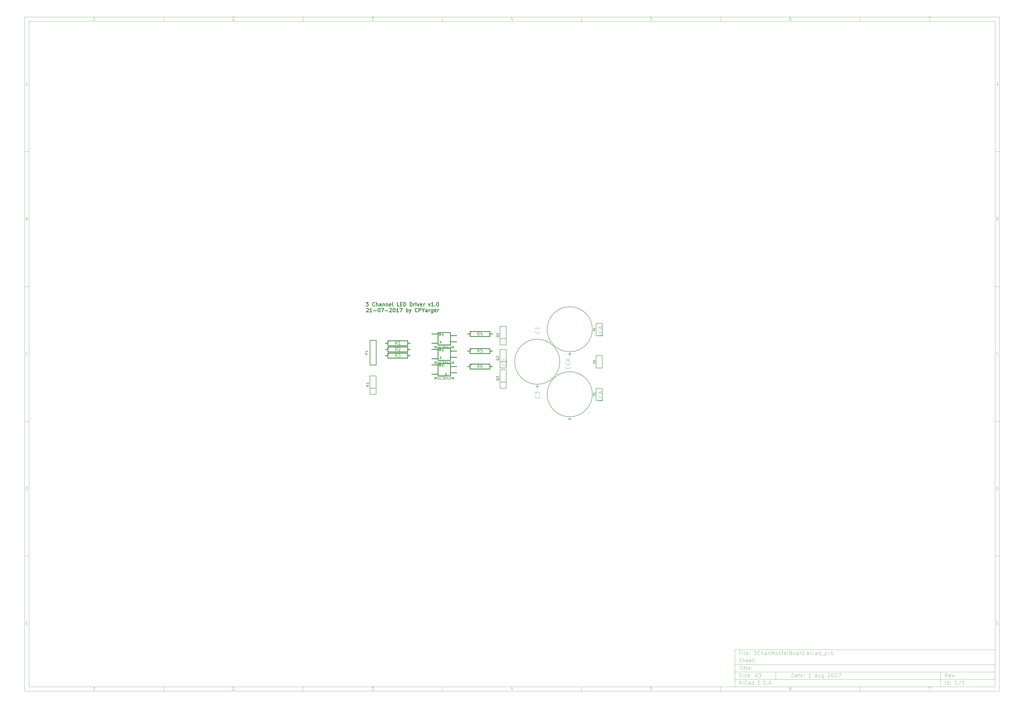
<source format=gto>
G04 (created by PCBNEW (2013-jul-07)-stable) date Tue 01 Aug 2017 10:55:42 AM PDT*
%MOIN*%
G04 Gerber Fmt 3.4, Leading zero omitted, Abs format*
%FSLAX34Y34*%
G01*
G70*
G90*
G04 APERTURE LIST*
%ADD10C,0.00393701*%
%ADD11C,0.011811*%
%ADD12C,0.012*%
%ADD13C,0.01*%
%ADD14C,0.006*%
%ADD15C,0.008*%
%ADD16C,0.005*%
%ADD17C,0.0019685*%
G04 APERTURE END LIST*
G54D10*
X4000Y-4000D02*
X161350Y-4000D01*
X161350Y-112930D01*
X4000Y-112930D01*
X4000Y-4000D01*
X4700Y-4700D02*
X160650Y-4700D01*
X160650Y-112230D01*
X4700Y-112230D01*
X4700Y-4700D01*
X26470Y-4000D02*
X26470Y-4700D01*
X15382Y-4552D02*
X15097Y-4552D01*
X15240Y-4552D02*
X15240Y-4052D01*
X15192Y-4123D01*
X15144Y-4171D01*
X15097Y-4195D01*
X26470Y-112930D02*
X26470Y-112230D01*
X15382Y-112782D02*
X15097Y-112782D01*
X15240Y-112782D02*
X15240Y-112282D01*
X15192Y-112353D01*
X15144Y-112401D01*
X15097Y-112425D01*
X48940Y-4000D02*
X48940Y-4700D01*
X37567Y-4100D02*
X37590Y-4076D01*
X37638Y-4052D01*
X37757Y-4052D01*
X37805Y-4076D01*
X37829Y-4100D01*
X37852Y-4147D01*
X37852Y-4195D01*
X37829Y-4266D01*
X37543Y-4552D01*
X37852Y-4552D01*
X48940Y-112930D02*
X48940Y-112230D01*
X37567Y-112330D02*
X37590Y-112306D01*
X37638Y-112282D01*
X37757Y-112282D01*
X37805Y-112306D01*
X37829Y-112330D01*
X37852Y-112377D01*
X37852Y-112425D01*
X37829Y-112496D01*
X37543Y-112782D01*
X37852Y-112782D01*
X71410Y-4000D02*
X71410Y-4700D01*
X60013Y-4052D02*
X60322Y-4052D01*
X60156Y-4242D01*
X60227Y-4242D01*
X60275Y-4266D01*
X60299Y-4290D01*
X60322Y-4338D01*
X60322Y-4457D01*
X60299Y-4504D01*
X60275Y-4528D01*
X60227Y-4552D01*
X60084Y-4552D01*
X60037Y-4528D01*
X60013Y-4504D01*
X71410Y-112930D02*
X71410Y-112230D01*
X60013Y-112282D02*
X60322Y-112282D01*
X60156Y-112472D01*
X60227Y-112472D01*
X60275Y-112496D01*
X60299Y-112520D01*
X60322Y-112568D01*
X60322Y-112687D01*
X60299Y-112734D01*
X60275Y-112758D01*
X60227Y-112782D01*
X60084Y-112782D01*
X60037Y-112758D01*
X60013Y-112734D01*
X93880Y-4000D02*
X93880Y-4700D01*
X82745Y-4219D02*
X82745Y-4552D01*
X82626Y-4028D02*
X82507Y-4385D01*
X82816Y-4385D01*
X93880Y-112930D02*
X93880Y-112230D01*
X82745Y-112449D02*
X82745Y-112782D01*
X82626Y-112258D02*
X82507Y-112615D01*
X82816Y-112615D01*
X116350Y-4000D02*
X116350Y-4700D01*
X105239Y-4052D02*
X105000Y-4052D01*
X104977Y-4290D01*
X105000Y-4266D01*
X105048Y-4242D01*
X105167Y-4242D01*
X105215Y-4266D01*
X105239Y-4290D01*
X105262Y-4338D01*
X105262Y-4457D01*
X105239Y-4504D01*
X105215Y-4528D01*
X105167Y-4552D01*
X105048Y-4552D01*
X105000Y-4528D01*
X104977Y-4504D01*
X116350Y-112930D02*
X116350Y-112230D01*
X105239Y-112282D02*
X105000Y-112282D01*
X104977Y-112520D01*
X105000Y-112496D01*
X105048Y-112472D01*
X105167Y-112472D01*
X105215Y-112496D01*
X105239Y-112520D01*
X105262Y-112568D01*
X105262Y-112687D01*
X105239Y-112734D01*
X105215Y-112758D01*
X105167Y-112782D01*
X105048Y-112782D01*
X105000Y-112758D01*
X104977Y-112734D01*
X138820Y-4000D02*
X138820Y-4700D01*
X127685Y-4052D02*
X127590Y-4052D01*
X127542Y-4076D01*
X127518Y-4100D01*
X127470Y-4171D01*
X127447Y-4266D01*
X127447Y-4457D01*
X127470Y-4504D01*
X127494Y-4528D01*
X127542Y-4552D01*
X127637Y-4552D01*
X127685Y-4528D01*
X127709Y-4504D01*
X127732Y-4457D01*
X127732Y-4338D01*
X127709Y-4290D01*
X127685Y-4266D01*
X127637Y-4242D01*
X127542Y-4242D01*
X127494Y-4266D01*
X127470Y-4290D01*
X127447Y-4338D01*
X138820Y-112930D02*
X138820Y-112230D01*
X127685Y-112282D02*
X127590Y-112282D01*
X127542Y-112306D01*
X127518Y-112330D01*
X127470Y-112401D01*
X127447Y-112496D01*
X127447Y-112687D01*
X127470Y-112734D01*
X127494Y-112758D01*
X127542Y-112782D01*
X127637Y-112782D01*
X127685Y-112758D01*
X127709Y-112734D01*
X127732Y-112687D01*
X127732Y-112568D01*
X127709Y-112520D01*
X127685Y-112496D01*
X127637Y-112472D01*
X127542Y-112472D01*
X127494Y-112496D01*
X127470Y-112520D01*
X127447Y-112568D01*
X149893Y-4052D02*
X150226Y-4052D01*
X150012Y-4552D01*
X149893Y-112282D02*
X150226Y-112282D01*
X150012Y-112782D01*
X4000Y-25780D02*
X4700Y-25780D01*
X4230Y-14949D02*
X4469Y-14949D01*
X4183Y-15092D02*
X4350Y-14592D01*
X4516Y-15092D01*
X161350Y-25780D02*
X160650Y-25780D01*
X160880Y-14949D02*
X161119Y-14949D01*
X160833Y-15092D02*
X161000Y-14592D01*
X161166Y-15092D01*
X4000Y-47560D02*
X4700Y-47560D01*
X4385Y-36610D02*
X4457Y-36634D01*
X4480Y-36658D01*
X4504Y-36705D01*
X4504Y-36777D01*
X4480Y-36824D01*
X4457Y-36848D01*
X4409Y-36872D01*
X4219Y-36872D01*
X4219Y-36372D01*
X4385Y-36372D01*
X4433Y-36396D01*
X4457Y-36420D01*
X4480Y-36467D01*
X4480Y-36515D01*
X4457Y-36562D01*
X4433Y-36586D01*
X4385Y-36610D01*
X4219Y-36610D01*
X161350Y-47560D02*
X160650Y-47560D01*
X161035Y-36610D02*
X161107Y-36634D01*
X161130Y-36658D01*
X161154Y-36705D01*
X161154Y-36777D01*
X161130Y-36824D01*
X161107Y-36848D01*
X161059Y-36872D01*
X160869Y-36872D01*
X160869Y-36372D01*
X161035Y-36372D01*
X161083Y-36396D01*
X161107Y-36420D01*
X161130Y-36467D01*
X161130Y-36515D01*
X161107Y-36562D01*
X161083Y-36586D01*
X161035Y-36610D01*
X160869Y-36610D01*
X4000Y-69340D02*
X4700Y-69340D01*
X4504Y-58604D02*
X4480Y-58628D01*
X4409Y-58652D01*
X4361Y-58652D01*
X4290Y-58628D01*
X4242Y-58580D01*
X4219Y-58533D01*
X4195Y-58438D01*
X4195Y-58366D01*
X4219Y-58271D01*
X4242Y-58223D01*
X4290Y-58176D01*
X4361Y-58152D01*
X4409Y-58152D01*
X4480Y-58176D01*
X4504Y-58200D01*
X161350Y-69340D02*
X160650Y-69340D01*
X161154Y-58604D02*
X161130Y-58628D01*
X161059Y-58652D01*
X161011Y-58652D01*
X160940Y-58628D01*
X160892Y-58580D01*
X160869Y-58533D01*
X160845Y-58438D01*
X160845Y-58366D01*
X160869Y-58271D01*
X160892Y-58223D01*
X160940Y-58176D01*
X161011Y-58152D01*
X161059Y-58152D01*
X161130Y-58176D01*
X161154Y-58200D01*
X4000Y-91120D02*
X4700Y-91120D01*
X4219Y-80432D02*
X4219Y-79932D01*
X4338Y-79932D01*
X4409Y-79956D01*
X4457Y-80003D01*
X4480Y-80051D01*
X4504Y-80146D01*
X4504Y-80218D01*
X4480Y-80313D01*
X4457Y-80360D01*
X4409Y-80408D01*
X4338Y-80432D01*
X4219Y-80432D01*
X161350Y-91120D02*
X160650Y-91120D01*
X160869Y-80432D02*
X160869Y-79932D01*
X160988Y-79932D01*
X161059Y-79956D01*
X161107Y-80003D01*
X161130Y-80051D01*
X161154Y-80146D01*
X161154Y-80218D01*
X161130Y-80313D01*
X161107Y-80360D01*
X161059Y-80408D01*
X160988Y-80432D01*
X160869Y-80432D01*
X4242Y-101950D02*
X4409Y-101950D01*
X4480Y-102212D02*
X4242Y-102212D01*
X4242Y-101712D01*
X4480Y-101712D01*
X160892Y-101950D02*
X161059Y-101950D01*
X161130Y-102212D02*
X160892Y-102212D01*
X160892Y-101712D01*
X161130Y-101712D01*
X127800Y-110672D02*
X127875Y-110072D01*
X128017Y-110072D01*
X128100Y-110101D01*
X128150Y-110158D01*
X128171Y-110215D01*
X128185Y-110330D01*
X128175Y-110415D01*
X128132Y-110530D01*
X128096Y-110587D01*
X128032Y-110644D01*
X127942Y-110672D01*
X127800Y-110672D01*
X128657Y-110672D02*
X128696Y-110358D01*
X128675Y-110301D01*
X128621Y-110272D01*
X128507Y-110272D01*
X128446Y-110301D01*
X128660Y-110644D02*
X128600Y-110672D01*
X128457Y-110672D01*
X128403Y-110644D01*
X128382Y-110587D01*
X128389Y-110530D01*
X128425Y-110472D01*
X128485Y-110444D01*
X128628Y-110444D01*
X128689Y-110415D01*
X128907Y-110272D02*
X129135Y-110272D01*
X129017Y-110072D02*
X128953Y-110587D01*
X128975Y-110644D01*
X129028Y-110672D01*
X129085Y-110672D01*
X129517Y-110644D02*
X129457Y-110672D01*
X129342Y-110672D01*
X129289Y-110644D01*
X129267Y-110587D01*
X129296Y-110358D01*
X129332Y-110301D01*
X129392Y-110272D01*
X129507Y-110272D01*
X129560Y-110301D01*
X129582Y-110358D01*
X129575Y-110415D01*
X129282Y-110472D01*
X129807Y-110615D02*
X129832Y-110644D01*
X129800Y-110672D01*
X129775Y-110644D01*
X129807Y-110615D01*
X129800Y-110672D01*
X129846Y-110301D02*
X129871Y-110330D01*
X129839Y-110358D01*
X129814Y-110330D01*
X129846Y-110301D01*
X129839Y-110358D01*
X130857Y-110672D02*
X130514Y-110672D01*
X130685Y-110672D02*
X130760Y-110072D01*
X130692Y-110158D01*
X130628Y-110215D01*
X130567Y-110244D01*
X131828Y-110672D02*
X131867Y-110358D01*
X131846Y-110301D01*
X131792Y-110272D01*
X131678Y-110272D01*
X131617Y-110301D01*
X131832Y-110644D02*
X131771Y-110672D01*
X131628Y-110672D01*
X131575Y-110644D01*
X131553Y-110587D01*
X131560Y-110530D01*
X131596Y-110472D01*
X131657Y-110444D01*
X131800Y-110444D01*
X131860Y-110415D01*
X132421Y-110272D02*
X132371Y-110672D01*
X132164Y-110272D02*
X132125Y-110587D01*
X132146Y-110644D01*
X132200Y-110672D01*
X132285Y-110672D01*
X132346Y-110644D01*
X132378Y-110615D01*
X132964Y-110272D02*
X132903Y-110758D01*
X132867Y-110815D01*
X132835Y-110844D01*
X132775Y-110872D01*
X132689Y-110872D01*
X132635Y-110844D01*
X132917Y-110644D02*
X132857Y-110672D01*
X132742Y-110672D01*
X132689Y-110644D01*
X132664Y-110615D01*
X132642Y-110558D01*
X132664Y-110387D01*
X132700Y-110330D01*
X132732Y-110301D01*
X132792Y-110272D01*
X132907Y-110272D01*
X132960Y-110301D01*
X133696Y-110130D02*
X133728Y-110101D01*
X133789Y-110072D01*
X133932Y-110072D01*
X133985Y-110101D01*
X134010Y-110130D01*
X134032Y-110187D01*
X134025Y-110244D01*
X133985Y-110330D01*
X133600Y-110672D01*
X133971Y-110672D01*
X134417Y-110072D02*
X134475Y-110072D01*
X134528Y-110101D01*
X134553Y-110130D01*
X134575Y-110187D01*
X134589Y-110301D01*
X134571Y-110444D01*
X134528Y-110558D01*
X134492Y-110615D01*
X134460Y-110644D01*
X134400Y-110672D01*
X134342Y-110672D01*
X134289Y-110644D01*
X134264Y-110615D01*
X134242Y-110558D01*
X134228Y-110444D01*
X134246Y-110301D01*
X134289Y-110187D01*
X134325Y-110130D01*
X134357Y-110101D01*
X134417Y-110072D01*
X135114Y-110672D02*
X134771Y-110672D01*
X134942Y-110672D02*
X135017Y-110072D01*
X134950Y-110158D01*
X134885Y-110215D01*
X134825Y-110244D01*
X135389Y-110072D02*
X135789Y-110072D01*
X135457Y-110672D01*
X119392Y-111872D02*
X119392Y-111272D01*
X119735Y-111872D02*
X119478Y-111530D01*
X119735Y-111272D02*
X119392Y-111615D01*
X119992Y-111872D02*
X119992Y-111472D01*
X119992Y-111272D02*
X119964Y-111301D01*
X119992Y-111330D01*
X120021Y-111301D01*
X119992Y-111272D01*
X119992Y-111330D01*
X120621Y-111815D02*
X120592Y-111844D01*
X120507Y-111872D01*
X120450Y-111872D01*
X120364Y-111844D01*
X120307Y-111787D01*
X120278Y-111730D01*
X120250Y-111615D01*
X120250Y-111530D01*
X120278Y-111415D01*
X120307Y-111358D01*
X120364Y-111301D01*
X120450Y-111272D01*
X120507Y-111272D01*
X120592Y-111301D01*
X120621Y-111330D01*
X121135Y-111872D02*
X121135Y-111558D01*
X121107Y-111501D01*
X121050Y-111472D01*
X120935Y-111472D01*
X120878Y-111501D01*
X121135Y-111844D02*
X121078Y-111872D01*
X120935Y-111872D01*
X120878Y-111844D01*
X120850Y-111787D01*
X120850Y-111730D01*
X120878Y-111672D01*
X120935Y-111644D01*
X121078Y-111644D01*
X121135Y-111615D01*
X121678Y-111872D02*
X121678Y-111272D01*
X121678Y-111844D02*
X121621Y-111872D01*
X121507Y-111872D01*
X121450Y-111844D01*
X121421Y-111815D01*
X121392Y-111758D01*
X121392Y-111587D01*
X121421Y-111530D01*
X121450Y-111501D01*
X121507Y-111472D01*
X121621Y-111472D01*
X121678Y-111501D01*
X122421Y-111558D02*
X122621Y-111558D01*
X122707Y-111872D02*
X122421Y-111872D01*
X122421Y-111272D01*
X122707Y-111272D01*
X122964Y-111815D02*
X122992Y-111844D01*
X122964Y-111872D01*
X122935Y-111844D01*
X122964Y-111815D01*
X122964Y-111872D01*
X123249Y-111872D02*
X123249Y-111272D01*
X123392Y-111272D01*
X123478Y-111301D01*
X123535Y-111358D01*
X123564Y-111415D01*
X123592Y-111530D01*
X123592Y-111615D01*
X123564Y-111730D01*
X123535Y-111787D01*
X123478Y-111844D01*
X123392Y-111872D01*
X123249Y-111872D01*
X123849Y-111815D02*
X123878Y-111844D01*
X123849Y-111872D01*
X123821Y-111844D01*
X123849Y-111815D01*
X123849Y-111872D01*
X124107Y-111701D02*
X124392Y-111701D01*
X124049Y-111872D02*
X124249Y-111272D01*
X124449Y-111872D01*
X124649Y-111815D02*
X124678Y-111844D01*
X124649Y-111872D01*
X124621Y-111844D01*
X124649Y-111815D01*
X124649Y-111872D01*
X152942Y-110672D02*
X152778Y-110387D01*
X152600Y-110672D02*
X152675Y-110072D01*
X152903Y-110072D01*
X152957Y-110101D01*
X152982Y-110130D01*
X153003Y-110187D01*
X152992Y-110272D01*
X152957Y-110330D01*
X152925Y-110358D01*
X152864Y-110387D01*
X152635Y-110387D01*
X153432Y-110644D02*
X153371Y-110672D01*
X153257Y-110672D01*
X153203Y-110644D01*
X153182Y-110587D01*
X153210Y-110358D01*
X153246Y-110301D01*
X153307Y-110272D01*
X153421Y-110272D01*
X153475Y-110301D01*
X153496Y-110358D01*
X153489Y-110415D01*
X153196Y-110472D01*
X153707Y-110272D02*
X153800Y-110672D01*
X153992Y-110272D01*
X154178Y-110615D02*
X154203Y-110644D01*
X154171Y-110672D01*
X154146Y-110644D01*
X154178Y-110615D01*
X154171Y-110672D01*
X154217Y-110301D02*
X154242Y-110330D01*
X154210Y-110358D01*
X154185Y-110330D01*
X154217Y-110301D01*
X154210Y-110358D01*
X119364Y-110644D02*
X119450Y-110672D01*
X119592Y-110672D01*
X119650Y-110644D01*
X119678Y-110615D01*
X119707Y-110558D01*
X119707Y-110501D01*
X119678Y-110444D01*
X119650Y-110415D01*
X119592Y-110387D01*
X119478Y-110358D01*
X119421Y-110330D01*
X119392Y-110301D01*
X119364Y-110244D01*
X119364Y-110187D01*
X119392Y-110130D01*
X119421Y-110101D01*
X119478Y-110072D01*
X119621Y-110072D01*
X119707Y-110101D01*
X119964Y-110672D02*
X119964Y-110272D01*
X119964Y-110072D02*
X119935Y-110101D01*
X119964Y-110130D01*
X119992Y-110101D01*
X119964Y-110072D01*
X119964Y-110130D01*
X120192Y-110272D02*
X120507Y-110272D01*
X120192Y-110672D01*
X120507Y-110672D01*
X120964Y-110644D02*
X120907Y-110672D01*
X120792Y-110672D01*
X120735Y-110644D01*
X120707Y-110587D01*
X120707Y-110358D01*
X120735Y-110301D01*
X120792Y-110272D01*
X120907Y-110272D01*
X120964Y-110301D01*
X120992Y-110358D01*
X120992Y-110415D01*
X120707Y-110472D01*
X121250Y-110615D02*
X121278Y-110644D01*
X121250Y-110672D01*
X121221Y-110644D01*
X121250Y-110615D01*
X121250Y-110672D01*
X121250Y-110301D02*
X121278Y-110330D01*
X121250Y-110358D01*
X121221Y-110330D01*
X121250Y-110301D01*
X121250Y-110358D01*
X121964Y-110501D02*
X122250Y-110501D01*
X121907Y-110672D02*
X122107Y-110072D01*
X122307Y-110672D01*
X122450Y-110072D02*
X122821Y-110072D01*
X122621Y-110301D01*
X122707Y-110301D01*
X122764Y-110330D01*
X122792Y-110358D01*
X122821Y-110415D01*
X122821Y-110558D01*
X122792Y-110615D01*
X122764Y-110644D01*
X122707Y-110672D01*
X122535Y-110672D01*
X122478Y-110644D01*
X122450Y-110615D01*
X152592Y-111872D02*
X152592Y-111272D01*
X153135Y-111872D02*
X153135Y-111272D01*
X153135Y-111844D02*
X153078Y-111872D01*
X152964Y-111872D01*
X152907Y-111844D01*
X152878Y-111815D01*
X152850Y-111758D01*
X152850Y-111587D01*
X152878Y-111530D01*
X152907Y-111501D01*
X152964Y-111472D01*
X153078Y-111472D01*
X153135Y-111501D01*
X153421Y-111815D02*
X153450Y-111844D01*
X153421Y-111872D01*
X153392Y-111844D01*
X153421Y-111815D01*
X153421Y-111872D01*
X153421Y-111501D02*
X153450Y-111530D01*
X153421Y-111558D01*
X153392Y-111530D01*
X153421Y-111501D01*
X153421Y-111558D01*
X154478Y-111872D02*
X154135Y-111872D01*
X154307Y-111872D02*
X154307Y-111272D01*
X154249Y-111358D01*
X154192Y-111415D01*
X154135Y-111444D01*
X155164Y-111244D02*
X154650Y-112015D01*
X155678Y-111872D02*
X155335Y-111872D01*
X155507Y-111872D02*
X155507Y-111272D01*
X155449Y-111358D01*
X155392Y-111415D01*
X155335Y-111444D01*
X119389Y-108872D02*
X119732Y-108872D01*
X119485Y-109472D02*
X119560Y-108872D01*
X119857Y-109472D02*
X119907Y-109072D01*
X119932Y-108872D02*
X119900Y-108901D01*
X119925Y-108930D01*
X119957Y-108901D01*
X119932Y-108872D01*
X119925Y-108930D01*
X120107Y-109072D02*
X120335Y-109072D01*
X120217Y-108872D02*
X120153Y-109387D01*
X120175Y-109444D01*
X120228Y-109472D01*
X120285Y-109472D01*
X120571Y-109472D02*
X120517Y-109444D01*
X120496Y-109387D01*
X120560Y-108872D01*
X121032Y-109444D02*
X120971Y-109472D01*
X120857Y-109472D01*
X120803Y-109444D01*
X120782Y-109387D01*
X120810Y-109158D01*
X120846Y-109101D01*
X120907Y-109072D01*
X121021Y-109072D01*
X121075Y-109101D01*
X121096Y-109158D01*
X121089Y-109215D01*
X120796Y-109272D01*
X121321Y-109415D02*
X121346Y-109444D01*
X121314Y-109472D01*
X121289Y-109444D01*
X121321Y-109415D01*
X121314Y-109472D01*
X121360Y-109101D02*
X121385Y-109130D01*
X121353Y-109158D01*
X121328Y-109130D01*
X121360Y-109101D01*
X121353Y-109158D01*
X119592Y-106758D02*
X119392Y-106758D01*
X119392Y-107072D02*
X119392Y-106472D01*
X119678Y-106472D01*
X119907Y-107072D02*
X119907Y-106672D01*
X119907Y-106472D02*
X119878Y-106501D01*
X119907Y-106530D01*
X119935Y-106501D01*
X119907Y-106472D01*
X119907Y-106530D01*
X120278Y-107072D02*
X120221Y-107044D01*
X120192Y-106987D01*
X120192Y-106472D01*
X120735Y-107044D02*
X120678Y-107072D01*
X120564Y-107072D01*
X120507Y-107044D01*
X120478Y-106987D01*
X120478Y-106758D01*
X120507Y-106701D01*
X120564Y-106672D01*
X120678Y-106672D01*
X120735Y-106701D01*
X120764Y-106758D01*
X120764Y-106815D01*
X120478Y-106872D01*
X121021Y-107015D02*
X121050Y-107044D01*
X121021Y-107072D01*
X120992Y-107044D01*
X121021Y-107015D01*
X121021Y-107072D01*
X121021Y-106701D02*
X121050Y-106730D01*
X121021Y-106758D01*
X120992Y-106730D01*
X121021Y-106701D01*
X121021Y-106758D01*
X121707Y-106472D02*
X122078Y-106472D01*
X121878Y-106701D01*
X121964Y-106701D01*
X122021Y-106730D01*
X122050Y-106758D01*
X122078Y-106815D01*
X122078Y-106958D01*
X122050Y-107015D01*
X122021Y-107044D01*
X121964Y-107072D01*
X121792Y-107072D01*
X121735Y-107044D01*
X121707Y-107015D01*
X122678Y-107015D02*
X122650Y-107044D01*
X122564Y-107072D01*
X122507Y-107072D01*
X122421Y-107044D01*
X122364Y-106987D01*
X122335Y-106930D01*
X122307Y-106815D01*
X122307Y-106730D01*
X122335Y-106615D01*
X122364Y-106558D01*
X122421Y-106501D01*
X122507Y-106472D01*
X122564Y-106472D01*
X122650Y-106501D01*
X122678Y-106530D01*
X122935Y-107072D02*
X122935Y-106472D01*
X123192Y-107072D02*
X123192Y-106758D01*
X123164Y-106701D01*
X123107Y-106672D01*
X123021Y-106672D01*
X122964Y-106701D01*
X122935Y-106730D01*
X123735Y-107072D02*
X123735Y-106758D01*
X123707Y-106701D01*
X123650Y-106672D01*
X123535Y-106672D01*
X123478Y-106701D01*
X123735Y-107044D02*
X123678Y-107072D01*
X123535Y-107072D01*
X123478Y-107044D01*
X123450Y-106987D01*
X123450Y-106930D01*
X123478Y-106872D01*
X123535Y-106844D01*
X123678Y-106844D01*
X123735Y-106815D01*
X124021Y-106672D02*
X124021Y-107072D01*
X124021Y-106730D02*
X124050Y-106701D01*
X124107Y-106672D01*
X124192Y-106672D01*
X124250Y-106701D01*
X124278Y-106758D01*
X124278Y-107072D01*
X124564Y-107072D02*
X124564Y-106472D01*
X124764Y-106901D01*
X124964Y-106472D01*
X124964Y-107072D01*
X125335Y-107072D02*
X125278Y-107044D01*
X125250Y-107015D01*
X125221Y-106958D01*
X125221Y-106787D01*
X125250Y-106730D01*
X125278Y-106701D01*
X125335Y-106672D01*
X125421Y-106672D01*
X125478Y-106701D01*
X125507Y-106730D01*
X125535Y-106787D01*
X125535Y-106958D01*
X125507Y-107015D01*
X125478Y-107044D01*
X125421Y-107072D01*
X125335Y-107072D01*
X125764Y-107044D02*
X125821Y-107072D01*
X125935Y-107072D01*
X125992Y-107044D01*
X126021Y-106987D01*
X126021Y-106958D01*
X125992Y-106901D01*
X125935Y-106872D01*
X125850Y-106872D01*
X125792Y-106844D01*
X125764Y-106787D01*
X125764Y-106758D01*
X125792Y-106701D01*
X125850Y-106672D01*
X125935Y-106672D01*
X125992Y-106701D01*
X126192Y-106672D02*
X126421Y-106672D01*
X126278Y-107072D02*
X126278Y-106558D01*
X126307Y-106501D01*
X126364Y-106472D01*
X126421Y-106472D01*
X126850Y-107044D02*
X126792Y-107072D01*
X126678Y-107072D01*
X126621Y-107044D01*
X126592Y-106987D01*
X126592Y-106758D01*
X126621Y-106701D01*
X126678Y-106672D01*
X126792Y-106672D01*
X126850Y-106701D01*
X126878Y-106758D01*
X126878Y-106815D01*
X126592Y-106872D01*
X127050Y-106672D02*
X127278Y-106672D01*
X127135Y-106472D02*
X127135Y-106987D01*
X127164Y-107044D01*
X127221Y-107072D01*
X127278Y-107072D01*
X127678Y-106758D02*
X127764Y-106787D01*
X127792Y-106815D01*
X127821Y-106872D01*
X127821Y-106958D01*
X127792Y-107015D01*
X127764Y-107044D01*
X127707Y-107072D01*
X127478Y-107072D01*
X127478Y-106472D01*
X127678Y-106472D01*
X127735Y-106501D01*
X127764Y-106530D01*
X127792Y-106587D01*
X127792Y-106644D01*
X127764Y-106701D01*
X127735Y-106730D01*
X127678Y-106758D01*
X127478Y-106758D01*
X128164Y-107072D02*
X128107Y-107044D01*
X128078Y-107015D01*
X128050Y-106958D01*
X128050Y-106787D01*
X128078Y-106730D01*
X128107Y-106701D01*
X128164Y-106672D01*
X128250Y-106672D01*
X128307Y-106701D01*
X128335Y-106730D01*
X128364Y-106787D01*
X128364Y-106958D01*
X128335Y-107015D01*
X128307Y-107044D01*
X128250Y-107072D01*
X128164Y-107072D01*
X128878Y-107072D02*
X128878Y-106758D01*
X128850Y-106701D01*
X128792Y-106672D01*
X128678Y-106672D01*
X128621Y-106701D01*
X128878Y-107044D02*
X128821Y-107072D01*
X128678Y-107072D01*
X128621Y-107044D01*
X128592Y-106987D01*
X128592Y-106930D01*
X128621Y-106872D01*
X128678Y-106844D01*
X128821Y-106844D01*
X128878Y-106815D01*
X129164Y-107072D02*
X129164Y-106672D01*
X129164Y-106787D02*
X129192Y-106730D01*
X129221Y-106701D01*
X129278Y-106672D01*
X129335Y-106672D01*
X129792Y-107072D02*
X129792Y-106472D01*
X129792Y-107044D02*
X129735Y-107072D01*
X129621Y-107072D01*
X129564Y-107044D01*
X129535Y-107015D01*
X129507Y-106958D01*
X129507Y-106787D01*
X129535Y-106730D01*
X129564Y-106701D01*
X129621Y-106672D01*
X129735Y-106672D01*
X129792Y-106701D01*
X130078Y-107015D02*
X130107Y-107044D01*
X130078Y-107072D01*
X130050Y-107044D01*
X130078Y-107015D01*
X130078Y-107072D01*
X130364Y-107072D02*
X130364Y-106472D01*
X130421Y-106844D02*
X130592Y-107072D01*
X130592Y-106672D02*
X130364Y-106901D01*
X130849Y-107072D02*
X130849Y-106672D01*
X130849Y-106472D02*
X130821Y-106501D01*
X130849Y-106530D01*
X130878Y-106501D01*
X130849Y-106472D01*
X130849Y-106530D01*
X131392Y-107044D02*
X131335Y-107072D01*
X131221Y-107072D01*
X131164Y-107044D01*
X131135Y-107015D01*
X131107Y-106958D01*
X131107Y-106787D01*
X131135Y-106730D01*
X131164Y-106701D01*
X131221Y-106672D01*
X131335Y-106672D01*
X131392Y-106701D01*
X131907Y-107072D02*
X131907Y-106758D01*
X131878Y-106701D01*
X131821Y-106672D01*
X131707Y-106672D01*
X131649Y-106701D01*
X131907Y-107044D02*
X131849Y-107072D01*
X131707Y-107072D01*
X131649Y-107044D01*
X131621Y-106987D01*
X131621Y-106930D01*
X131649Y-106872D01*
X131707Y-106844D01*
X131849Y-106844D01*
X131907Y-106815D01*
X132449Y-107072D02*
X132449Y-106472D01*
X132449Y-107044D02*
X132392Y-107072D01*
X132278Y-107072D01*
X132221Y-107044D01*
X132192Y-107015D01*
X132164Y-106958D01*
X132164Y-106787D01*
X132192Y-106730D01*
X132221Y-106701D01*
X132278Y-106672D01*
X132392Y-106672D01*
X132449Y-106701D01*
X132592Y-107130D02*
X133049Y-107130D01*
X133192Y-106672D02*
X133192Y-107272D01*
X133192Y-106701D02*
X133249Y-106672D01*
X133364Y-106672D01*
X133421Y-106701D01*
X133449Y-106730D01*
X133478Y-106787D01*
X133478Y-106958D01*
X133449Y-107015D01*
X133421Y-107044D01*
X133364Y-107072D01*
X133249Y-107072D01*
X133192Y-107044D01*
X133992Y-107044D02*
X133935Y-107072D01*
X133821Y-107072D01*
X133764Y-107044D01*
X133735Y-107015D01*
X133707Y-106958D01*
X133707Y-106787D01*
X133735Y-106730D01*
X133764Y-106701D01*
X133821Y-106672D01*
X133935Y-106672D01*
X133992Y-106701D01*
X134249Y-107072D02*
X134249Y-106472D01*
X134249Y-106701D02*
X134307Y-106672D01*
X134421Y-106672D01*
X134478Y-106701D01*
X134507Y-106730D01*
X134535Y-106787D01*
X134535Y-106958D01*
X134507Y-107015D01*
X134478Y-107044D01*
X134421Y-107072D01*
X134307Y-107072D01*
X134249Y-107044D01*
X119364Y-108244D02*
X119450Y-108272D01*
X119592Y-108272D01*
X119650Y-108244D01*
X119678Y-108215D01*
X119707Y-108158D01*
X119707Y-108101D01*
X119678Y-108044D01*
X119650Y-108015D01*
X119592Y-107987D01*
X119478Y-107958D01*
X119421Y-107930D01*
X119392Y-107901D01*
X119364Y-107844D01*
X119364Y-107787D01*
X119392Y-107730D01*
X119421Y-107701D01*
X119478Y-107672D01*
X119621Y-107672D01*
X119707Y-107701D01*
X119964Y-108272D02*
X119964Y-107672D01*
X120221Y-108272D02*
X120221Y-107958D01*
X120192Y-107901D01*
X120135Y-107872D01*
X120050Y-107872D01*
X119992Y-107901D01*
X119964Y-107930D01*
X120735Y-108244D02*
X120678Y-108272D01*
X120564Y-108272D01*
X120507Y-108244D01*
X120478Y-108187D01*
X120478Y-107958D01*
X120507Y-107901D01*
X120564Y-107872D01*
X120678Y-107872D01*
X120735Y-107901D01*
X120764Y-107958D01*
X120764Y-108015D01*
X120478Y-108072D01*
X121250Y-108244D02*
X121192Y-108272D01*
X121078Y-108272D01*
X121021Y-108244D01*
X120992Y-108187D01*
X120992Y-107958D01*
X121021Y-107901D01*
X121078Y-107872D01*
X121192Y-107872D01*
X121250Y-107901D01*
X121278Y-107958D01*
X121278Y-108015D01*
X120992Y-108072D01*
X121450Y-107872D02*
X121678Y-107872D01*
X121535Y-107672D02*
X121535Y-108187D01*
X121564Y-108244D01*
X121621Y-108272D01*
X121678Y-108272D01*
X121878Y-108215D02*
X121907Y-108244D01*
X121878Y-108272D01*
X121850Y-108244D01*
X121878Y-108215D01*
X121878Y-108272D01*
X121878Y-107901D02*
X121907Y-107930D01*
X121878Y-107958D01*
X121850Y-107930D01*
X121878Y-107901D01*
X121878Y-107958D01*
X118650Y-106230D02*
X118650Y-112230D01*
X118650Y-106230D02*
X160650Y-106230D01*
X118650Y-106230D02*
X160650Y-106230D01*
X118650Y-108630D02*
X160650Y-108630D01*
X151850Y-109830D02*
X151850Y-112230D01*
X118650Y-111030D02*
X160650Y-111030D01*
X118650Y-109830D02*
X160650Y-109830D01*
X125250Y-109830D02*
X125250Y-111030D01*
G54D11*
X59122Y-50148D02*
X59488Y-50148D01*
X59291Y-50373D01*
X59375Y-50373D01*
X59431Y-50401D01*
X59460Y-50429D01*
X59488Y-50485D01*
X59488Y-50626D01*
X59460Y-50682D01*
X59431Y-50710D01*
X59375Y-50739D01*
X59206Y-50739D01*
X59150Y-50710D01*
X59122Y-50682D01*
X60528Y-50682D02*
X60500Y-50710D01*
X60416Y-50739D01*
X60359Y-50739D01*
X60275Y-50710D01*
X60219Y-50654D01*
X60191Y-50598D01*
X60163Y-50485D01*
X60163Y-50401D01*
X60191Y-50289D01*
X60219Y-50232D01*
X60275Y-50176D01*
X60359Y-50148D01*
X60416Y-50148D01*
X60500Y-50176D01*
X60528Y-50204D01*
X60781Y-50739D02*
X60781Y-50148D01*
X61034Y-50739D02*
X61034Y-50429D01*
X61006Y-50373D01*
X60950Y-50345D01*
X60866Y-50345D01*
X60809Y-50373D01*
X60781Y-50401D01*
X61569Y-50739D02*
X61569Y-50429D01*
X61541Y-50373D01*
X61484Y-50345D01*
X61372Y-50345D01*
X61316Y-50373D01*
X61569Y-50710D02*
X61512Y-50739D01*
X61372Y-50739D01*
X61316Y-50710D01*
X61287Y-50654D01*
X61287Y-50598D01*
X61316Y-50542D01*
X61372Y-50514D01*
X61512Y-50514D01*
X61569Y-50485D01*
X61850Y-50345D02*
X61850Y-50739D01*
X61850Y-50401D02*
X61878Y-50373D01*
X61934Y-50345D01*
X62019Y-50345D01*
X62075Y-50373D01*
X62103Y-50429D01*
X62103Y-50739D01*
X62384Y-50345D02*
X62384Y-50739D01*
X62384Y-50401D02*
X62412Y-50373D01*
X62469Y-50345D01*
X62553Y-50345D01*
X62609Y-50373D01*
X62637Y-50429D01*
X62637Y-50739D01*
X63143Y-50710D02*
X63087Y-50739D01*
X62975Y-50739D01*
X62919Y-50710D01*
X62890Y-50654D01*
X62890Y-50429D01*
X62919Y-50373D01*
X62975Y-50345D01*
X63087Y-50345D01*
X63143Y-50373D01*
X63172Y-50429D01*
X63172Y-50485D01*
X62890Y-50542D01*
X63509Y-50739D02*
X63453Y-50710D01*
X63425Y-50654D01*
X63425Y-50148D01*
X64465Y-50739D02*
X64184Y-50739D01*
X64184Y-50148D01*
X64662Y-50429D02*
X64859Y-50429D01*
X64943Y-50739D02*
X64662Y-50739D01*
X64662Y-50148D01*
X64943Y-50148D01*
X65196Y-50739D02*
X65196Y-50148D01*
X65337Y-50148D01*
X65421Y-50176D01*
X65478Y-50232D01*
X65506Y-50289D01*
X65534Y-50401D01*
X65534Y-50485D01*
X65506Y-50598D01*
X65478Y-50654D01*
X65421Y-50710D01*
X65337Y-50739D01*
X65196Y-50739D01*
X66237Y-50739D02*
X66237Y-50148D01*
X66377Y-50148D01*
X66462Y-50176D01*
X66518Y-50232D01*
X66546Y-50289D01*
X66574Y-50401D01*
X66574Y-50485D01*
X66546Y-50598D01*
X66518Y-50654D01*
X66462Y-50710D01*
X66377Y-50739D01*
X66237Y-50739D01*
X66827Y-50739D02*
X66827Y-50345D01*
X66827Y-50457D02*
X66856Y-50401D01*
X66884Y-50373D01*
X66940Y-50345D01*
X66996Y-50345D01*
X67193Y-50739D02*
X67193Y-50345D01*
X67193Y-50148D02*
X67165Y-50176D01*
X67193Y-50204D01*
X67221Y-50176D01*
X67193Y-50148D01*
X67193Y-50204D01*
X67418Y-50345D02*
X67559Y-50739D01*
X67699Y-50345D01*
X68149Y-50710D02*
X68093Y-50739D01*
X67980Y-50739D01*
X67924Y-50710D01*
X67896Y-50654D01*
X67896Y-50429D01*
X67924Y-50373D01*
X67980Y-50345D01*
X68093Y-50345D01*
X68149Y-50373D01*
X68177Y-50429D01*
X68177Y-50485D01*
X67896Y-50542D01*
X68430Y-50739D02*
X68430Y-50345D01*
X68430Y-50457D02*
X68458Y-50401D01*
X68487Y-50373D01*
X68543Y-50345D01*
X68599Y-50345D01*
X69190Y-50345D02*
X69330Y-50739D01*
X69471Y-50345D01*
X70005Y-50739D02*
X69668Y-50739D01*
X69836Y-50739D02*
X69836Y-50148D01*
X69780Y-50232D01*
X69724Y-50289D01*
X69668Y-50317D01*
X70258Y-50682D02*
X70286Y-50710D01*
X70258Y-50739D01*
X70230Y-50710D01*
X70258Y-50682D01*
X70258Y-50739D01*
X70652Y-50148D02*
X70708Y-50148D01*
X70764Y-50176D01*
X70793Y-50204D01*
X70821Y-50260D01*
X70849Y-50373D01*
X70849Y-50514D01*
X70821Y-50626D01*
X70793Y-50682D01*
X70764Y-50710D01*
X70708Y-50739D01*
X70652Y-50739D01*
X70596Y-50710D01*
X70568Y-50682D01*
X70539Y-50626D01*
X70511Y-50514D01*
X70511Y-50373D01*
X70539Y-50260D01*
X70568Y-50204D01*
X70596Y-50176D01*
X70652Y-50148D01*
X59192Y-51149D02*
X59221Y-51121D01*
X59277Y-51093D01*
X59417Y-51093D01*
X59474Y-51121D01*
X59502Y-51149D01*
X59530Y-51205D01*
X59530Y-51262D01*
X59502Y-51346D01*
X59164Y-51683D01*
X59530Y-51683D01*
X60092Y-51683D02*
X59755Y-51683D01*
X59924Y-51683D02*
X59924Y-51093D01*
X59867Y-51177D01*
X59811Y-51233D01*
X59755Y-51262D01*
X60345Y-51458D02*
X60795Y-51458D01*
X61189Y-51093D02*
X61245Y-51093D01*
X61302Y-51121D01*
X61330Y-51149D01*
X61358Y-51205D01*
X61386Y-51318D01*
X61386Y-51458D01*
X61358Y-51571D01*
X61330Y-51627D01*
X61302Y-51655D01*
X61245Y-51683D01*
X61189Y-51683D01*
X61133Y-51655D01*
X61105Y-51627D01*
X61077Y-51571D01*
X61048Y-51458D01*
X61048Y-51318D01*
X61077Y-51205D01*
X61105Y-51149D01*
X61133Y-51121D01*
X61189Y-51093D01*
X61583Y-51093D02*
X61976Y-51093D01*
X61723Y-51683D01*
X62201Y-51458D02*
X62651Y-51458D01*
X62904Y-51149D02*
X62933Y-51121D01*
X62989Y-51093D01*
X63129Y-51093D01*
X63186Y-51121D01*
X63214Y-51149D01*
X63242Y-51205D01*
X63242Y-51262D01*
X63214Y-51346D01*
X62876Y-51683D01*
X63242Y-51683D01*
X63607Y-51093D02*
X63664Y-51093D01*
X63720Y-51121D01*
X63748Y-51149D01*
X63776Y-51205D01*
X63804Y-51318D01*
X63804Y-51458D01*
X63776Y-51571D01*
X63748Y-51627D01*
X63720Y-51655D01*
X63664Y-51683D01*
X63607Y-51683D01*
X63551Y-51655D01*
X63523Y-51627D01*
X63495Y-51571D01*
X63467Y-51458D01*
X63467Y-51318D01*
X63495Y-51205D01*
X63523Y-51149D01*
X63551Y-51121D01*
X63607Y-51093D01*
X64367Y-51683D02*
X64029Y-51683D01*
X64198Y-51683D02*
X64198Y-51093D01*
X64142Y-51177D01*
X64086Y-51233D01*
X64029Y-51262D01*
X64564Y-51093D02*
X64957Y-51093D01*
X64704Y-51683D01*
X65632Y-51683D02*
X65632Y-51093D01*
X65632Y-51318D02*
X65688Y-51290D01*
X65801Y-51290D01*
X65857Y-51318D01*
X65885Y-51346D01*
X65913Y-51402D01*
X65913Y-51571D01*
X65885Y-51627D01*
X65857Y-51655D01*
X65801Y-51683D01*
X65688Y-51683D01*
X65632Y-51655D01*
X66110Y-51290D02*
X66251Y-51683D01*
X66392Y-51290D02*
X66251Y-51683D01*
X66195Y-51824D01*
X66167Y-51852D01*
X66110Y-51880D01*
X67404Y-51627D02*
X67376Y-51655D01*
X67291Y-51683D01*
X67235Y-51683D01*
X67151Y-51655D01*
X67095Y-51599D01*
X67066Y-51543D01*
X67038Y-51430D01*
X67038Y-51346D01*
X67066Y-51233D01*
X67095Y-51177D01*
X67151Y-51121D01*
X67235Y-51093D01*
X67291Y-51093D01*
X67376Y-51121D01*
X67404Y-51149D01*
X67657Y-51683D02*
X67657Y-51093D01*
X67882Y-51093D01*
X67938Y-51121D01*
X67966Y-51149D01*
X67994Y-51205D01*
X67994Y-51290D01*
X67966Y-51346D01*
X67938Y-51374D01*
X67882Y-51402D01*
X67657Y-51402D01*
X68360Y-51402D02*
X68360Y-51683D01*
X68163Y-51093D02*
X68360Y-51402D01*
X68557Y-51093D01*
X69007Y-51683D02*
X69007Y-51374D01*
X68979Y-51318D01*
X68922Y-51290D01*
X68810Y-51290D01*
X68754Y-51318D01*
X69007Y-51655D02*
X68951Y-51683D01*
X68810Y-51683D01*
X68754Y-51655D01*
X68726Y-51599D01*
X68726Y-51543D01*
X68754Y-51487D01*
X68810Y-51458D01*
X68951Y-51458D01*
X69007Y-51430D01*
X69288Y-51683D02*
X69288Y-51290D01*
X69288Y-51402D02*
X69316Y-51346D01*
X69344Y-51318D01*
X69401Y-51290D01*
X69457Y-51290D01*
X69907Y-51290D02*
X69907Y-51768D01*
X69879Y-51824D01*
X69850Y-51852D01*
X69794Y-51880D01*
X69710Y-51880D01*
X69654Y-51852D01*
X69907Y-51655D02*
X69850Y-51683D01*
X69738Y-51683D01*
X69682Y-51655D01*
X69654Y-51627D01*
X69625Y-51571D01*
X69625Y-51402D01*
X69654Y-51346D01*
X69682Y-51318D01*
X69738Y-51290D01*
X69850Y-51290D01*
X69907Y-51318D01*
X70413Y-51655D02*
X70357Y-51683D01*
X70244Y-51683D01*
X70188Y-51655D01*
X70160Y-51599D01*
X70160Y-51374D01*
X70188Y-51318D01*
X70244Y-51290D01*
X70357Y-51290D01*
X70413Y-51318D01*
X70441Y-51374D01*
X70441Y-51430D01*
X70160Y-51487D01*
X70694Y-51683D02*
X70694Y-51290D01*
X70694Y-51402D02*
X70722Y-51346D01*
X70750Y-51318D01*
X70807Y-51290D01*
X70863Y-51290D01*
G54D12*
X62250Y-56750D02*
X62650Y-56750D01*
X62650Y-56750D02*
X62650Y-56350D01*
X62650Y-56350D02*
X65850Y-56350D01*
X65850Y-56350D02*
X65850Y-57150D01*
X65850Y-57150D02*
X62650Y-57150D01*
X62650Y-57150D02*
X62650Y-56750D01*
X62650Y-56550D02*
X62850Y-56350D01*
X66250Y-56750D02*
X65850Y-56750D01*
X62250Y-57750D02*
X62650Y-57750D01*
X62650Y-57750D02*
X62650Y-57350D01*
X62650Y-57350D02*
X65850Y-57350D01*
X65850Y-57350D02*
X65850Y-58150D01*
X65850Y-58150D02*
X62650Y-58150D01*
X62650Y-58150D02*
X62650Y-57750D01*
X62650Y-57550D02*
X62850Y-57350D01*
X66250Y-57750D02*
X65850Y-57750D01*
X62250Y-58750D02*
X62650Y-58750D01*
X62650Y-58750D02*
X62650Y-58350D01*
X62650Y-58350D02*
X65850Y-58350D01*
X65850Y-58350D02*
X65850Y-59150D01*
X65850Y-59150D02*
X62650Y-59150D01*
X62650Y-59150D02*
X62650Y-58750D01*
X62650Y-58550D02*
X62850Y-58350D01*
X66250Y-58750D02*
X65850Y-58750D01*
X75500Y-55250D02*
X75900Y-55250D01*
X75900Y-55250D02*
X75900Y-54850D01*
X75900Y-54850D02*
X79100Y-54850D01*
X79100Y-54850D02*
X79100Y-55650D01*
X79100Y-55650D02*
X75900Y-55650D01*
X75900Y-55650D02*
X75900Y-55250D01*
X75900Y-55050D02*
X76100Y-54850D01*
X79500Y-55250D02*
X79100Y-55250D01*
X75500Y-58000D02*
X75900Y-58000D01*
X75900Y-58000D02*
X75900Y-57600D01*
X75900Y-57600D02*
X79100Y-57600D01*
X79100Y-57600D02*
X79100Y-58400D01*
X79100Y-58400D02*
X75900Y-58400D01*
X75900Y-58400D02*
X75900Y-58000D01*
X75900Y-57800D02*
X76100Y-57600D01*
X79500Y-58000D02*
X79100Y-58000D01*
X75500Y-60500D02*
X75900Y-60500D01*
X75900Y-60500D02*
X75900Y-60100D01*
X75900Y-60100D02*
X79100Y-60100D01*
X79100Y-60100D02*
X79100Y-60900D01*
X79100Y-60900D02*
X75900Y-60900D01*
X75900Y-60900D02*
X75900Y-60500D01*
X75900Y-60300D02*
X76100Y-60100D01*
X79500Y-60500D02*
X79100Y-60500D01*
G54D13*
X60750Y-56250D02*
X60750Y-60250D01*
X59750Y-56250D02*
X59750Y-60250D01*
X59750Y-60250D02*
X60750Y-60250D01*
X60750Y-56250D02*
X59750Y-56250D01*
G54D12*
X71191Y-57800D02*
G75*
G03X71191Y-57800I-141J0D01*
G74*
G01*
X72750Y-59000D02*
X73750Y-59000D01*
X72750Y-58000D02*
X73750Y-58000D01*
X69750Y-59250D02*
X70750Y-59250D01*
X69750Y-57750D02*
X70750Y-57750D01*
X70750Y-57500D02*
X72750Y-57500D01*
X72750Y-57500D02*
X72750Y-59500D01*
X72750Y-59500D02*
X70750Y-59500D01*
X70750Y-59500D02*
X70750Y-57500D01*
X71191Y-60300D02*
G75*
G03X71191Y-60300I-141J0D01*
G74*
G01*
X72750Y-61500D02*
X73750Y-61500D01*
X72750Y-60500D02*
X73750Y-60500D01*
X69750Y-61750D02*
X70750Y-61750D01*
X69750Y-60250D02*
X70750Y-60250D01*
X70750Y-60000D02*
X72750Y-60000D01*
X72750Y-60000D02*
X72750Y-62000D01*
X72750Y-62000D02*
X70750Y-62000D01*
X70750Y-62000D02*
X70750Y-60000D01*
X71191Y-55300D02*
G75*
G03X71191Y-55300I-141J0D01*
G74*
G01*
X72750Y-56500D02*
X73750Y-56500D01*
X72750Y-55500D02*
X73750Y-55500D01*
X69750Y-56750D02*
X70750Y-56750D01*
X69750Y-55250D02*
X70750Y-55250D01*
X70750Y-55000D02*
X72750Y-55000D01*
X72750Y-55000D02*
X72750Y-57000D01*
X72750Y-57000D02*
X70750Y-57000D01*
X70750Y-57000D02*
X70750Y-55000D01*
G54D14*
X97250Y-55500D02*
X96250Y-55500D01*
X96250Y-55500D02*
X96250Y-53500D01*
X96250Y-53500D02*
X97250Y-53500D01*
X97250Y-53500D02*
X97250Y-55500D01*
X97250Y-60750D02*
X96250Y-60750D01*
X96250Y-60750D02*
X96250Y-58750D01*
X96250Y-58750D02*
X97250Y-58750D01*
X97250Y-58750D02*
X97250Y-60750D01*
X97250Y-66000D02*
X96250Y-66000D01*
X96250Y-66000D02*
X96250Y-64000D01*
X96250Y-64000D02*
X97250Y-64000D01*
X97250Y-64000D02*
X97250Y-66000D01*
X60750Y-65000D02*
X59750Y-65000D01*
X59750Y-65000D02*
X59750Y-62000D01*
X59750Y-62000D02*
X60750Y-62000D01*
X60750Y-62000D02*
X60750Y-65000D01*
X59750Y-64000D02*
X60750Y-64000D01*
X92000Y-58720D02*
X92000Y-58220D01*
X91750Y-58470D02*
X92250Y-58470D01*
X92000Y-50830D02*
G75*
G02X92000Y-58120I0J-3645D01*
G74*
G01*
X92000Y-58120D02*
G75*
G02X92000Y-50830I0J3645D01*
G74*
G01*
X86750Y-63970D02*
X86750Y-63470D01*
X86500Y-63720D02*
X87000Y-63720D01*
X86750Y-56080D02*
G75*
G02X86750Y-63370I0J-3645D01*
G74*
G01*
X86750Y-63370D02*
G75*
G02X86750Y-56080I0J3645D01*
G74*
G01*
X92000Y-69220D02*
X92000Y-68720D01*
X91750Y-68970D02*
X92250Y-68970D01*
X92000Y-61330D02*
G75*
G02X92000Y-68620I0J-3645D01*
G74*
G01*
X92000Y-68620D02*
G75*
G02X92000Y-61330I0J3645D01*
G74*
G01*
X81750Y-57000D02*
X80750Y-57000D01*
X80750Y-57000D02*
X80750Y-54000D01*
X80750Y-54000D02*
X81750Y-54000D01*
X81750Y-54000D02*
X81750Y-57000D01*
X80750Y-56000D02*
X81750Y-56000D01*
X81750Y-60750D02*
X80750Y-60750D01*
X80750Y-60750D02*
X80750Y-57750D01*
X80750Y-57750D02*
X81750Y-57750D01*
X81750Y-57750D02*
X81750Y-60750D01*
X80750Y-59750D02*
X81750Y-59750D01*
X81750Y-64000D02*
X80750Y-64000D01*
X80750Y-64000D02*
X80750Y-61000D01*
X80750Y-61000D02*
X81750Y-61000D01*
X81750Y-61000D02*
X81750Y-64000D01*
X80750Y-63000D02*
X81750Y-63000D01*
G54D15*
X64166Y-56972D02*
X64000Y-56710D01*
X63880Y-56972D02*
X63880Y-56422D01*
X64071Y-56422D01*
X64119Y-56448D01*
X64142Y-56475D01*
X64166Y-56527D01*
X64166Y-56605D01*
X64142Y-56658D01*
X64119Y-56684D01*
X64071Y-56710D01*
X63880Y-56710D01*
X64642Y-56972D02*
X64357Y-56972D01*
X64500Y-56972D02*
X64500Y-56422D01*
X64452Y-56501D01*
X64404Y-56553D01*
X64357Y-56579D01*
X64166Y-57972D02*
X64000Y-57710D01*
X63880Y-57972D02*
X63880Y-57422D01*
X64071Y-57422D01*
X64119Y-57448D01*
X64142Y-57475D01*
X64166Y-57527D01*
X64166Y-57605D01*
X64142Y-57658D01*
X64119Y-57684D01*
X64071Y-57710D01*
X63880Y-57710D01*
X64357Y-57475D02*
X64380Y-57448D01*
X64428Y-57422D01*
X64547Y-57422D01*
X64595Y-57448D01*
X64619Y-57475D01*
X64642Y-57527D01*
X64642Y-57579D01*
X64619Y-57658D01*
X64333Y-57972D01*
X64642Y-57972D01*
X64166Y-58972D02*
X64000Y-58710D01*
X63880Y-58972D02*
X63880Y-58422D01*
X64071Y-58422D01*
X64119Y-58448D01*
X64142Y-58475D01*
X64166Y-58527D01*
X64166Y-58605D01*
X64142Y-58658D01*
X64119Y-58684D01*
X64071Y-58710D01*
X63880Y-58710D01*
X64333Y-58422D02*
X64642Y-58422D01*
X64476Y-58632D01*
X64547Y-58632D01*
X64595Y-58658D01*
X64619Y-58684D01*
X64642Y-58736D01*
X64642Y-58867D01*
X64619Y-58920D01*
X64595Y-58946D01*
X64547Y-58972D01*
X64404Y-58972D01*
X64357Y-58946D01*
X64333Y-58920D01*
X77416Y-55472D02*
X77250Y-55210D01*
X77130Y-55472D02*
X77130Y-54922D01*
X77321Y-54922D01*
X77369Y-54948D01*
X77392Y-54975D01*
X77416Y-55027D01*
X77416Y-55105D01*
X77392Y-55158D01*
X77369Y-55184D01*
X77321Y-55210D01*
X77130Y-55210D01*
X77845Y-55105D02*
X77845Y-55472D01*
X77726Y-54896D02*
X77607Y-55289D01*
X77916Y-55289D01*
X77416Y-58222D02*
X77250Y-57960D01*
X77130Y-58222D02*
X77130Y-57672D01*
X77321Y-57672D01*
X77369Y-57698D01*
X77392Y-57725D01*
X77416Y-57777D01*
X77416Y-57855D01*
X77392Y-57908D01*
X77369Y-57934D01*
X77321Y-57960D01*
X77130Y-57960D01*
X77869Y-57672D02*
X77630Y-57672D01*
X77607Y-57934D01*
X77630Y-57908D01*
X77678Y-57882D01*
X77797Y-57882D01*
X77845Y-57908D01*
X77869Y-57934D01*
X77892Y-57986D01*
X77892Y-58117D01*
X77869Y-58170D01*
X77845Y-58196D01*
X77797Y-58222D01*
X77678Y-58222D01*
X77630Y-58196D01*
X77607Y-58170D01*
X77416Y-60722D02*
X77250Y-60460D01*
X77130Y-60722D02*
X77130Y-60172D01*
X77321Y-60172D01*
X77369Y-60198D01*
X77392Y-60225D01*
X77416Y-60277D01*
X77416Y-60355D01*
X77392Y-60408D01*
X77369Y-60434D01*
X77321Y-60460D01*
X77130Y-60460D01*
X77845Y-60172D02*
X77750Y-60172D01*
X77702Y-60198D01*
X77678Y-60225D01*
X77630Y-60303D01*
X77607Y-60408D01*
X77607Y-60617D01*
X77630Y-60670D01*
X77654Y-60696D01*
X77702Y-60722D01*
X77797Y-60722D01*
X77845Y-60696D01*
X77869Y-60670D01*
X77892Y-60617D01*
X77892Y-60486D01*
X77869Y-60434D01*
X77845Y-60408D01*
X77797Y-60382D01*
X77702Y-60382D01*
X77654Y-60408D01*
X77630Y-60434D01*
X77607Y-60486D01*
X59411Y-58545D02*
X59011Y-58545D01*
X59011Y-58392D01*
X59030Y-58354D01*
X59050Y-58335D01*
X59088Y-58316D01*
X59145Y-58316D01*
X59183Y-58335D01*
X59202Y-58354D01*
X59221Y-58392D01*
X59221Y-58545D01*
X59411Y-57935D02*
X59411Y-58164D01*
X59411Y-58049D02*
X59011Y-58049D01*
X59069Y-58088D01*
X59107Y-58126D01*
X59126Y-58164D01*
G54D14*
X70216Y-60077D02*
X70216Y-59677D01*
X70350Y-59963D01*
X70483Y-59677D01*
X70483Y-60077D01*
X70750Y-59677D02*
X70826Y-59677D01*
X70864Y-59696D01*
X70902Y-59735D01*
X70921Y-59811D01*
X70921Y-59944D01*
X70902Y-60020D01*
X70864Y-60058D01*
X70826Y-60077D01*
X70750Y-60077D01*
X70711Y-60058D01*
X70673Y-60020D01*
X70654Y-59944D01*
X70654Y-59811D01*
X70673Y-59735D01*
X70711Y-59696D01*
X70750Y-59677D01*
X71321Y-60039D02*
X71302Y-60058D01*
X71245Y-60077D01*
X71207Y-60077D01*
X71150Y-60058D01*
X71111Y-60020D01*
X71092Y-59982D01*
X71073Y-59906D01*
X71073Y-59849D01*
X71092Y-59773D01*
X71111Y-59735D01*
X71150Y-59696D01*
X71207Y-59677D01*
X71245Y-59677D01*
X71302Y-59696D01*
X71321Y-59716D01*
X71454Y-59677D02*
X71702Y-59677D01*
X71569Y-59830D01*
X71626Y-59830D01*
X71664Y-59849D01*
X71683Y-59868D01*
X71702Y-59906D01*
X71702Y-60001D01*
X71683Y-60039D01*
X71664Y-60058D01*
X71626Y-60077D01*
X71511Y-60077D01*
X71473Y-60058D01*
X71454Y-60039D01*
X71950Y-59677D02*
X71988Y-59677D01*
X72026Y-59696D01*
X72045Y-59716D01*
X72064Y-59754D01*
X72083Y-59830D01*
X72083Y-59925D01*
X72064Y-60001D01*
X72045Y-60039D01*
X72026Y-60058D01*
X71988Y-60077D01*
X71950Y-60077D01*
X71911Y-60058D01*
X71892Y-60039D01*
X71873Y-60001D01*
X71854Y-59925D01*
X71854Y-59830D01*
X71873Y-59754D01*
X71892Y-59716D01*
X71911Y-59696D01*
X71950Y-59677D01*
X72464Y-60077D02*
X72235Y-60077D01*
X72350Y-60077D02*
X72350Y-59677D01*
X72311Y-59735D01*
X72273Y-59773D01*
X72235Y-59792D01*
X72711Y-59677D02*
X72750Y-59677D01*
X72788Y-59696D01*
X72807Y-59716D01*
X72826Y-59754D01*
X72845Y-59830D01*
X72845Y-59925D01*
X72826Y-60001D01*
X72807Y-60039D01*
X72788Y-60058D01*
X72750Y-60077D01*
X72711Y-60077D01*
X72673Y-60058D01*
X72654Y-60039D01*
X72635Y-60001D01*
X72616Y-59925D01*
X72616Y-59830D01*
X72635Y-59754D01*
X72654Y-59716D01*
X72673Y-59696D01*
X72711Y-59677D01*
X73016Y-60077D02*
X73016Y-59677D01*
X73150Y-59963D01*
X73283Y-59677D01*
X73283Y-60077D01*
G54D16*
X71054Y-59150D02*
X71245Y-59150D01*
X71016Y-59270D02*
X71150Y-58850D01*
X71283Y-59270D01*
X71445Y-58070D02*
X71445Y-57650D01*
X71673Y-58070D02*
X71502Y-57830D01*
X71673Y-57650D02*
X71445Y-57890D01*
G54D14*
X70216Y-62577D02*
X70216Y-62177D01*
X70350Y-62463D01*
X70483Y-62177D01*
X70483Y-62577D01*
X70750Y-62177D02*
X70826Y-62177D01*
X70864Y-62196D01*
X70902Y-62235D01*
X70921Y-62311D01*
X70921Y-62444D01*
X70902Y-62520D01*
X70864Y-62558D01*
X70826Y-62577D01*
X70750Y-62577D01*
X70711Y-62558D01*
X70673Y-62520D01*
X70654Y-62444D01*
X70654Y-62311D01*
X70673Y-62235D01*
X70711Y-62196D01*
X70750Y-62177D01*
X71321Y-62539D02*
X71302Y-62558D01*
X71245Y-62577D01*
X71207Y-62577D01*
X71150Y-62558D01*
X71111Y-62520D01*
X71092Y-62482D01*
X71073Y-62406D01*
X71073Y-62349D01*
X71092Y-62273D01*
X71111Y-62235D01*
X71150Y-62196D01*
X71207Y-62177D01*
X71245Y-62177D01*
X71302Y-62196D01*
X71321Y-62216D01*
X71454Y-62177D02*
X71702Y-62177D01*
X71569Y-62330D01*
X71626Y-62330D01*
X71664Y-62349D01*
X71683Y-62368D01*
X71702Y-62406D01*
X71702Y-62501D01*
X71683Y-62539D01*
X71664Y-62558D01*
X71626Y-62577D01*
X71511Y-62577D01*
X71473Y-62558D01*
X71454Y-62539D01*
X71950Y-62177D02*
X71988Y-62177D01*
X72026Y-62196D01*
X72045Y-62216D01*
X72064Y-62254D01*
X72083Y-62330D01*
X72083Y-62425D01*
X72064Y-62501D01*
X72045Y-62539D01*
X72026Y-62558D01*
X71988Y-62577D01*
X71950Y-62577D01*
X71911Y-62558D01*
X71892Y-62539D01*
X71873Y-62501D01*
X71854Y-62425D01*
X71854Y-62330D01*
X71873Y-62254D01*
X71892Y-62216D01*
X71911Y-62196D01*
X71950Y-62177D01*
X72464Y-62577D02*
X72235Y-62577D01*
X72350Y-62577D02*
X72350Y-62177D01*
X72311Y-62235D01*
X72273Y-62273D01*
X72235Y-62292D01*
X72711Y-62177D02*
X72750Y-62177D01*
X72788Y-62196D01*
X72807Y-62216D01*
X72826Y-62254D01*
X72845Y-62330D01*
X72845Y-62425D01*
X72826Y-62501D01*
X72807Y-62539D01*
X72788Y-62558D01*
X72750Y-62577D01*
X72711Y-62577D01*
X72673Y-62558D01*
X72654Y-62539D01*
X72635Y-62501D01*
X72616Y-62425D01*
X72616Y-62330D01*
X72635Y-62254D01*
X72654Y-62216D01*
X72673Y-62196D01*
X72711Y-62177D01*
X73016Y-62577D02*
X73016Y-62177D01*
X73150Y-62463D01*
X73283Y-62177D01*
X73283Y-62577D01*
G54D16*
X71904Y-61800D02*
X72095Y-61800D01*
X71866Y-61920D02*
X72000Y-61500D01*
X72133Y-61920D01*
X71445Y-60570D02*
X71445Y-60150D01*
X71673Y-60570D02*
X71502Y-60330D01*
X71673Y-60150D02*
X71445Y-60390D01*
G54D14*
X70216Y-57577D02*
X70216Y-57177D01*
X70350Y-57463D01*
X70483Y-57177D01*
X70483Y-57577D01*
X70750Y-57177D02*
X70826Y-57177D01*
X70864Y-57196D01*
X70902Y-57235D01*
X70921Y-57311D01*
X70921Y-57444D01*
X70902Y-57520D01*
X70864Y-57558D01*
X70826Y-57577D01*
X70750Y-57577D01*
X70711Y-57558D01*
X70673Y-57520D01*
X70654Y-57444D01*
X70654Y-57311D01*
X70673Y-57235D01*
X70711Y-57196D01*
X70750Y-57177D01*
X71321Y-57539D02*
X71302Y-57558D01*
X71245Y-57577D01*
X71207Y-57577D01*
X71150Y-57558D01*
X71111Y-57520D01*
X71092Y-57482D01*
X71073Y-57406D01*
X71073Y-57349D01*
X71092Y-57273D01*
X71111Y-57235D01*
X71150Y-57196D01*
X71207Y-57177D01*
X71245Y-57177D01*
X71302Y-57196D01*
X71321Y-57216D01*
X71454Y-57177D02*
X71702Y-57177D01*
X71569Y-57330D01*
X71626Y-57330D01*
X71664Y-57349D01*
X71683Y-57368D01*
X71702Y-57406D01*
X71702Y-57501D01*
X71683Y-57539D01*
X71664Y-57558D01*
X71626Y-57577D01*
X71511Y-57577D01*
X71473Y-57558D01*
X71454Y-57539D01*
X71950Y-57177D02*
X71988Y-57177D01*
X72026Y-57196D01*
X72045Y-57216D01*
X72064Y-57254D01*
X72083Y-57330D01*
X72083Y-57425D01*
X72064Y-57501D01*
X72045Y-57539D01*
X72026Y-57558D01*
X71988Y-57577D01*
X71950Y-57577D01*
X71911Y-57558D01*
X71892Y-57539D01*
X71873Y-57501D01*
X71854Y-57425D01*
X71854Y-57330D01*
X71873Y-57254D01*
X71892Y-57216D01*
X71911Y-57196D01*
X71950Y-57177D01*
X72464Y-57577D02*
X72235Y-57577D01*
X72350Y-57577D02*
X72350Y-57177D01*
X72311Y-57235D01*
X72273Y-57273D01*
X72235Y-57292D01*
X72711Y-57177D02*
X72750Y-57177D01*
X72788Y-57196D01*
X72807Y-57216D01*
X72826Y-57254D01*
X72845Y-57330D01*
X72845Y-57425D01*
X72826Y-57501D01*
X72807Y-57539D01*
X72788Y-57558D01*
X72750Y-57577D01*
X72711Y-57577D01*
X72673Y-57558D01*
X72654Y-57539D01*
X72635Y-57501D01*
X72616Y-57425D01*
X72616Y-57330D01*
X72635Y-57254D01*
X72654Y-57216D01*
X72673Y-57196D01*
X72711Y-57177D01*
X73016Y-57577D02*
X73016Y-57177D01*
X73150Y-57463D01*
X73283Y-57177D01*
X73283Y-57577D01*
G54D16*
X71054Y-56650D02*
X71245Y-56650D01*
X71016Y-56770D02*
X71150Y-56350D01*
X71283Y-56770D01*
X71445Y-55570D02*
X71445Y-55150D01*
X71673Y-55570D02*
X71502Y-55330D01*
X71673Y-55150D02*
X71445Y-55390D01*
G54D14*
X96121Y-54721D02*
X95821Y-54721D01*
X95821Y-54607D01*
X95835Y-54578D01*
X95850Y-54564D01*
X95878Y-54550D01*
X95921Y-54550D01*
X95950Y-54564D01*
X95964Y-54578D01*
X95978Y-54607D01*
X95978Y-54721D01*
X95921Y-54292D02*
X96121Y-54292D01*
X95807Y-54364D02*
X96021Y-54435D01*
X96021Y-54250D01*
X96121Y-59971D02*
X95821Y-59971D01*
X95821Y-59857D01*
X95835Y-59828D01*
X95850Y-59814D01*
X95878Y-59800D01*
X95921Y-59800D01*
X95950Y-59814D01*
X95964Y-59828D01*
X95978Y-59857D01*
X95978Y-59971D01*
X95850Y-59685D02*
X95835Y-59671D01*
X95821Y-59642D01*
X95821Y-59571D01*
X95835Y-59542D01*
X95850Y-59528D01*
X95878Y-59514D01*
X95907Y-59514D01*
X95950Y-59528D01*
X96121Y-59700D01*
X96121Y-59514D01*
X96121Y-65221D02*
X95821Y-65221D01*
X95821Y-65107D01*
X95835Y-65078D01*
X95850Y-65064D01*
X95878Y-65050D01*
X95921Y-65050D01*
X95950Y-65064D01*
X95964Y-65078D01*
X95978Y-65107D01*
X95978Y-65221D01*
X95821Y-64950D02*
X95821Y-64764D01*
X95935Y-64864D01*
X95935Y-64821D01*
X95950Y-64792D01*
X95964Y-64778D01*
X95992Y-64764D01*
X96064Y-64764D01*
X96092Y-64778D01*
X96107Y-64792D01*
X96121Y-64821D01*
X96121Y-64907D01*
X96107Y-64935D01*
X96092Y-64950D01*
X59561Y-63695D02*
X59161Y-63695D01*
X59561Y-63466D02*
X59333Y-63638D01*
X59161Y-63466D02*
X59390Y-63695D01*
X59561Y-63085D02*
X59561Y-63314D01*
X59561Y-63199D02*
X59161Y-63199D01*
X59219Y-63238D01*
X59257Y-63276D01*
X59276Y-63314D01*
G54D17*
X87009Y-54707D02*
X87040Y-54738D01*
X87071Y-54830D01*
X87071Y-54892D01*
X87040Y-54984D01*
X86979Y-55045D01*
X86917Y-55076D01*
X86794Y-55107D01*
X86702Y-55107D01*
X86579Y-55076D01*
X86517Y-55045D01*
X86456Y-54984D01*
X86425Y-54892D01*
X86425Y-54830D01*
X86456Y-54738D01*
X86487Y-54707D01*
X87071Y-54092D02*
X87071Y-54461D01*
X87071Y-54277D02*
X86425Y-54277D01*
X86517Y-54338D01*
X86579Y-54400D01*
X86610Y-54461D01*
X96933Y-55557D02*
X96933Y-55342D01*
X97271Y-55250D02*
X97271Y-55557D01*
X96625Y-55557D01*
X96625Y-55250D01*
X97209Y-54604D02*
X97240Y-54635D01*
X97271Y-54727D01*
X97271Y-54789D01*
X97240Y-54881D01*
X97179Y-54942D01*
X97117Y-54973D01*
X96994Y-55004D01*
X96902Y-55004D01*
X96779Y-54973D01*
X96717Y-54942D01*
X96656Y-54881D01*
X96625Y-54789D01*
X96625Y-54727D01*
X96656Y-54635D01*
X96687Y-54604D01*
X97086Y-54358D02*
X97086Y-54051D01*
X97271Y-54420D02*
X96625Y-54205D01*
X97271Y-53989D01*
X81759Y-59957D02*
X81790Y-59988D01*
X81821Y-60080D01*
X81821Y-60142D01*
X81790Y-60234D01*
X81729Y-60295D01*
X81667Y-60326D01*
X81544Y-60357D01*
X81452Y-60357D01*
X81329Y-60326D01*
X81267Y-60295D01*
X81206Y-60234D01*
X81175Y-60142D01*
X81175Y-60080D01*
X81206Y-59988D01*
X81237Y-59957D01*
X81237Y-59711D02*
X81206Y-59680D01*
X81175Y-59619D01*
X81175Y-59465D01*
X81206Y-59404D01*
X81237Y-59373D01*
X81298Y-59342D01*
X81360Y-59342D01*
X81452Y-59373D01*
X81821Y-59742D01*
X81821Y-59342D01*
X91683Y-60807D02*
X91683Y-60592D01*
X92021Y-60500D02*
X92021Y-60807D01*
X91375Y-60807D01*
X91375Y-60500D01*
X91959Y-59854D02*
X91990Y-59885D01*
X92021Y-59977D01*
X92021Y-60039D01*
X91990Y-60131D01*
X91929Y-60192D01*
X91867Y-60223D01*
X91744Y-60254D01*
X91652Y-60254D01*
X91529Y-60223D01*
X91467Y-60192D01*
X91406Y-60131D01*
X91375Y-60039D01*
X91375Y-59977D01*
X91406Y-59885D01*
X91437Y-59854D01*
X91836Y-59608D02*
X91836Y-59301D01*
X92021Y-59670D02*
X91375Y-59455D01*
X92021Y-59239D01*
X87009Y-65207D02*
X87040Y-65238D01*
X87071Y-65330D01*
X87071Y-65392D01*
X87040Y-65484D01*
X86979Y-65545D01*
X86917Y-65576D01*
X86794Y-65607D01*
X86702Y-65607D01*
X86579Y-65576D01*
X86517Y-65545D01*
X86456Y-65484D01*
X86425Y-65392D01*
X86425Y-65330D01*
X86456Y-65238D01*
X86487Y-65207D01*
X86425Y-64992D02*
X86425Y-64592D01*
X86671Y-64807D01*
X86671Y-64715D01*
X86702Y-64654D01*
X86733Y-64623D01*
X86794Y-64592D01*
X86948Y-64592D01*
X87009Y-64623D01*
X87040Y-64654D01*
X87071Y-64715D01*
X87071Y-64900D01*
X87040Y-64961D01*
X87009Y-64992D01*
X96933Y-66057D02*
X96933Y-65842D01*
X97271Y-65750D02*
X97271Y-66057D01*
X96625Y-66057D01*
X96625Y-65750D01*
X97209Y-65104D02*
X97240Y-65135D01*
X97271Y-65227D01*
X97271Y-65289D01*
X97240Y-65381D01*
X97179Y-65442D01*
X97117Y-65473D01*
X96994Y-65504D01*
X96902Y-65504D01*
X96779Y-65473D01*
X96717Y-65442D01*
X96656Y-65381D01*
X96625Y-65289D01*
X96625Y-65227D01*
X96656Y-65135D01*
X96687Y-65104D01*
X97086Y-64858D02*
X97086Y-64551D01*
X97271Y-64920D02*
X96625Y-64705D01*
X97271Y-64489D01*
G54D14*
X80600Y-55438D02*
X80580Y-55476D01*
X80542Y-55514D01*
X80485Y-55571D01*
X80466Y-55609D01*
X80466Y-55647D01*
X80561Y-55628D02*
X80542Y-55666D01*
X80504Y-55704D01*
X80428Y-55723D01*
X80295Y-55723D01*
X80219Y-55704D01*
X80180Y-55666D01*
X80161Y-55628D01*
X80161Y-55552D01*
X80180Y-55514D01*
X80219Y-55476D01*
X80295Y-55457D01*
X80428Y-55457D01*
X80504Y-55476D01*
X80542Y-55514D01*
X80561Y-55552D01*
X80561Y-55628D01*
X80561Y-55076D02*
X80561Y-55304D01*
X80561Y-55190D02*
X80161Y-55190D01*
X80219Y-55228D01*
X80257Y-55266D01*
X80276Y-55304D01*
X80600Y-59188D02*
X80580Y-59226D01*
X80542Y-59264D01*
X80485Y-59321D01*
X80466Y-59359D01*
X80466Y-59397D01*
X80561Y-59378D02*
X80542Y-59416D01*
X80504Y-59454D01*
X80428Y-59473D01*
X80295Y-59473D01*
X80219Y-59454D01*
X80180Y-59416D01*
X80161Y-59378D01*
X80161Y-59302D01*
X80180Y-59264D01*
X80219Y-59226D01*
X80295Y-59207D01*
X80428Y-59207D01*
X80504Y-59226D01*
X80542Y-59264D01*
X80561Y-59302D01*
X80561Y-59378D01*
X80200Y-59054D02*
X80180Y-59035D01*
X80161Y-58997D01*
X80161Y-58902D01*
X80180Y-58864D01*
X80200Y-58845D01*
X80238Y-58826D01*
X80276Y-58826D01*
X80333Y-58845D01*
X80561Y-59073D01*
X80561Y-58826D01*
X80600Y-62438D02*
X80580Y-62476D01*
X80542Y-62514D01*
X80485Y-62571D01*
X80466Y-62609D01*
X80466Y-62647D01*
X80561Y-62628D02*
X80542Y-62666D01*
X80504Y-62704D01*
X80428Y-62723D01*
X80295Y-62723D01*
X80219Y-62704D01*
X80180Y-62666D01*
X80161Y-62628D01*
X80161Y-62552D01*
X80180Y-62514D01*
X80219Y-62476D01*
X80295Y-62457D01*
X80428Y-62457D01*
X80504Y-62476D01*
X80542Y-62514D01*
X80561Y-62552D01*
X80561Y-62628D01*
X80161Y-62323D02*
X80161Y-62076D01*
X80314Y-62209D01*
X80314Y-62152D01*
X80333Y-62114D01*
X80352Y-62095D01*
X80390Y-62076D01*
X80485Y-62076D01*
X80523Y-62095D01*
X80542Y-62114D01*
X80561Y-62152D01*
X80561Y-62266D01*
X80542Y-62304D01*
X80523Y-62323D01*
M02*

</source>
